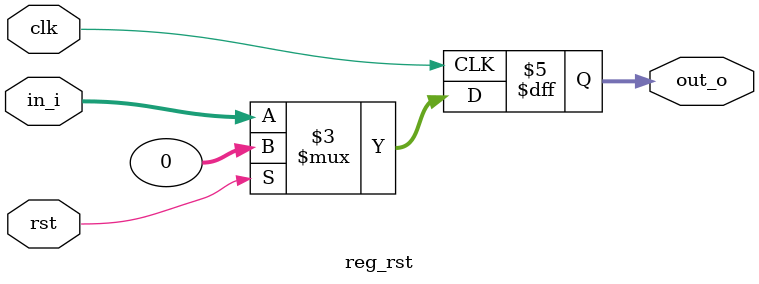
<source format=sv>
/*
 * Module: reg_rst
 *
 * Description: A DWIDTH register implementation with
 * synchronous reset. Input is registered at the rising
 * edge of the clock.
 *
 * Inputs:
 * 1) clk
 * 2) rst signal
 * 3) DWIDTH input in_i
 *
 * Outputs:
 * 1) DWIDTH output out_o
 *
 */
module reg_rst #(parameter int DWIDTH = 32)(
                                            input logic clk,
                                            input logic rst,
                                            input logic [DWIDTH-1:0] in_i,
                                            output logic [DWIDTH-1:0] out_o
                                            );
    
    always_ff @(posedge clk) begin
        
        out_o <= in_i;
        
        if (rst==1) begin
            out_o <= 0;
        end

    end
    
    

endmodule: reg_rst

</source>
